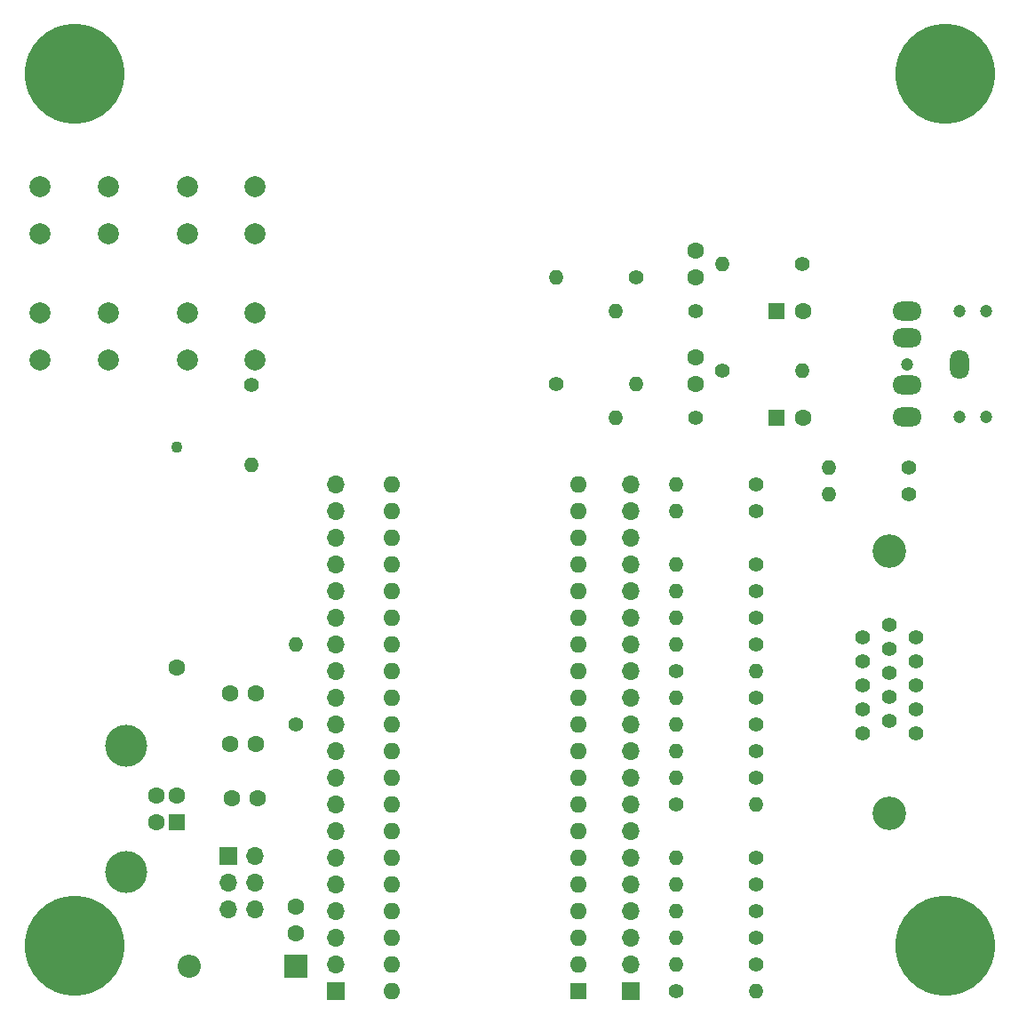
<source format=gbs>
G04 #@! TF.GenerationSoftware,KiCad,Pcbnew,(6.0.1)*
G04 #@! TF.CreationDate,2022-06-10T05:36:32-04:00*
G04 #@! TF.ProjectId,PiPico_SDK,50695069-636f-45f5-9344-4b2e6b696361,2*
G04 #@! TF.SameCoordinates,Original*
G04 #@! TF.FileFunction,Soldermask,Bot*
G04 #@! TF.FilePolarity,Negative*
%FSLAX46Y46*%
G04 Gerber Fmt 4.6, Leading zero omitted, Abs format (unit mm)*
G04 Created by KiCad (PCBNEW (6.0.1)) date 2022-06-10 05:36:32*
%MOMM*%
%LPD*%
G01*
G04 APERTURE LIST*
%ADD10C,9.525000*%
%ADD11C,3.200000*%
%ADD12C,1.397000*%
%ADD13C,1.600000*%
%ADD14C,1.100000*%
%ADD15C,1.400000*%
%ADD16O,1.400000X1.400000*%
%ADD17R,1.600000X1.600000*%
%ADD18O,1.600000X1.600000*%
%ADD19C,4.000000*%
%ADD20C,2.000000*%
%ADD21R,2.200000X2.200000*%
%ADD22O,2.200000X2.200000*%
%ADD23C,1.200000*%
%ADD24O,2.800000X1.800000*%
%ADD25O,1.800000X2.800000*%
%ADD26R,1.700000X1.700000*%
%ADD27O,1.700000X1.700000*%
G04 APERTURE END LIST*
D10*
X290000000Y-20000000D03*
X373000000Y-103000000D03*
X290000000Y-103000000D03*
X373000000Y-20000000D03*
D11*
X367643590Y-65438490D03*
X367643590Y-90427010D03*
D12*
X365103590Y-73622370D03*
X365103590Y-75913450D03*
X365103590Y-78199450D03*
X365103590Y-80493070D03*
X365103590Y-82781610D03*
X367643590Y-72476830D03*
X367643590Y-74767910D03*
X367643590Y-77058990D03*
X367643590Y-79347530D03*
X367643590Y-81638610D03*
X370183590Y-73622370D03*
X370183590Y-75913450D03*
X370181050Y-78201990D03*
X370183590Y-80493070D03*
X370183590Y-82781610D03*
D13*
X299755500Y-76500000D03*
D14*
X299755500Y-55500000D03*
D15*
X369570000Y-57460000D03*
D16*
X361950000Y-57460000D03*
D15*
X369570000Y-60000000D03*
D16*
X361950000Y-60000000D03*
D15*
X335915000Y-49530000D03*
D16*
X343535000Y-49530000D03*
D15*
X351790000Y-48260000D03*
D16*
X359410000Y-48260000D03*
D17*
X338000000Y-107315000D03*
D18*
X338000000Y-104775000D03*
X338000000Y-102235000D03*
X338000000Y-99695000D03*
X338000000Y-97155000D03*
X338000000Y-94615000D03*
X338000000Y-92075000D03*
X338000000Y-89535000D03*
X338000000Y-86995000D03*
X338000000Y-84455000D03*
X338000000Y-81915000D03*
X338000000Y-79375000D03*
X338000000Y-76835000D03*
X338000000Y-74295000D03*
X338000000Y-71755000D03*
X338000000Y-69215000D03*
X338000000Y-66675000D03*
X338000000Y-64135000D03*
X338000000Y-61595000D03*
X338000000Y-59055000D03*
X320220000Y-59055000D03*
X320220000Y-61595000D03*
X320220000Y-64135000D03*
X320220000Y-66675000D03*
X320220000Y-69215000D03*
X320220000Y-71755000D03*
X320220000Y-74295000D03*
X320220000Y-76835000D03*
X320220000Y-79375000D03*
X320220000Y-81915000D03*
X320220000Y-84455000D03*
X320220000Y-86995000D03*
X320220000Y-89535000D03*
X320220000Y-92075000D03*
X320220000Y-94615000D03*
X320220000Y-97155000D03*
X320220000Y-99695000D03*
X320220000Y-102235000D03*
X320220000Y-104775000D03*
X320220000Y-107315000D03*
D17*
X299787500Y-91250000D03*
D13*
X299787500Y-88750000D03*
X297787500Y-88750000D03*
X297787500Y-91250000D03*
D19*
X294927500Y-84000000D03*
X294927500Y-96000000D03*
D13*
X349250000Y-49510000D03*
X349250000Y-47010000D03*
D17*
X356934888Y-52705000D03*
D13*
X359434888Y-52705000D03*
X349250000Y-39370000D03*
X349250000Y-36870000D03*
D15*
X354965000Y-99695000D03*
D16*
X347345000Y-99695000D03*
D15*
X359410000Y-38100000D03*
D16*
X351790000Y-38100000D03*
D15*
X354965000Y-71755000D03*
D16*
X347345000Y-71755000D03*
D20*
X300750000Y-42750000D03*
X307250000Y-42750000D03*
X300750000Y-47250000D03*
X307250000Y-47250000D03*
D15*
X354965000Y-61595000D03*
D16*
X347345000Y-61595000D03*
D15*
X354965000Y-69215000D03*
D16*
X347345000Y-69215000D03*
D15*
X354965000Y-79375000D03*
D16*
X347345000Y-79375000D03*
D20*
X293250000Y-42750000D03*
X286750000Y-42750000D03*
X286750000Y-47250000D03*
X293250000Y-47250000D03*
D15*
X354965000Y-86995000D03*
D16*
X347345000Y-86995000D03*
D15*
X354965000Y-81915000D03*
D16*
X347345000Y-81915000D03*
D13*
X311099200Y-101834000D03*
X311099200Y-99334000D03*
D15*
X354965000Y-94615000D03*
D16*
X347345000Y-94615000D03*
D21*
X311080000Y-105000000D03*
D22*
X300920000Y-105000000D03*
D15*
X354965000Y-59055000D03*
D16*
X347345000Y-59055000D03*
D13*
X304820000Y-83820000D03*
X307320000Y-83820000D03*
X305000000Y-89000000D03*
X307500000Y-89000000D03*
D23*
X374380000Y-52625000D03*
X374380000Y-42625000D03*
X376880000Y-42625000D03*
X376880000Y-52625000D03*
X369380000Y-47625000D03*
D24*
X369380000Y-52625000D03*
X369380000Y-49625000D03*
D25*
X374380000Y-47625000D03*
D24*
X369380000Y-42625000D03*
X369380000Y-45125000D03*
D15*
X347345000Y-76835000D03*
D16*
X354965000Y-76835000D03*
D15*
X354965000Y-74295000D03*
D16*
X347345000Y-74295000D03*
D15*
X343535000Y-39390000D03*
D16*
X335915000Y-39390000D03*
D15*
X354965000Y-104775000D03*
D16*
X347345000Y-104775000D03*
D15*
X349250000Y-52705000D03*
D16*
X341630000Y-52705000D03*
D26*
X314960000Y-107315000D03*
D27*
X314960000Y-104775000D03*
X314960000Y-102235000D03*
X314960000Y-99695000D03*
X314960000Y-97155000D03*
X314960000Y-94615000D03*
X314960000Y-92075000D03*
X314960000Y-89535000D03*
X314960000Y-86995000D03*
X314960000Y-84455000D03*
X314960000Y-81915000D03*
X314960000Y-79375000D03*
X314960000Y-76835000D03*
X314960000Y-74295000D03*
X314960000Y-71755000D03*
X314960000Y-69215000D03*
X314960000Y-66675000D03*
X314960000Y-64135000D03*
X314960000Y-61595000D03*
X314960000Y-59055000D03*
D15*
X347345000Y-89535000D03*
D16*
X354965000Y-89535000D03*
D15*
X354965000Y-84455000D03*
D16*
X347345000Y-84455000D03*
D15*
X311150000Y-81915000D03*
D16*
X311150000Y-74295000D03*
D13*
X304820000Y-79000000D03*
X307320000Y-79000000D03*
D15*
X354965000Y-102235000D03*
D16*
X347345000Y-102235000D03*
D17*
X356934888Y-42545000D03*
D13*
X359434888Y-42545000D03*
D20*
X300750000Y-30750000D03*
X307250000Y-30750000D03*
X307250000Y-35250000D03*
X300750000Y-35250000D03*
D15*
X306882800Y-49631600D03*
D16*
X306882800Y-57251600D03*
D15*
X354965000Y-66675000D03*
D16*
X347345000Y-66675000D03*
D26*
X304725000Y-94475000D03*
D27*
X307265000Y-94475000D03*
X304725000Y-97015000D03*
X307265000Y-97015000D03*
X304725000Y-99555000D03*
X307265000Y-99555000D03*
D15*
X347345000Y-107315000D03*
D16*
X354965000Y-107315000D03*
D15*
X354965000Y-97155000D03*
D16*
X347345000Y-97155000D03*
D15*
X349250000Y-42545000D03*
D16*
X341630000Y-42545000D03*
D26*
X343075000Y-107315000D03*
D27*
X343075000Y-104775000D03*
X343075000Y-102235000D03*
X343075000Y-99695000D03*
X343075000Y-97155000D03*
X343075000Y-94615000D03*
X343075000Y-92075000D03*
X343075000Y-89535000D03*
X343075000Y-86995000D03*
X343075000Y-84455000D03*
X343075000Y-81915000D03*
X343075000Y-79375000D03*
X343075000Y-76835000D03*
X343075000Y-74295000D03*
X343075000Y-71755000D03*
X343075000Y-69215000D03*
X343075000Y-66675000D03*
X343075000Y-64135000D03*
X343075000Y-61595000D03*
X343075000Y-59055000D03*
D20*
X293250000Y-30750000D03*
X286750000Y-30750000D03*
X286750000Y-35250000D03*
X293250000Y-35250000D03*
M02*

</source>
